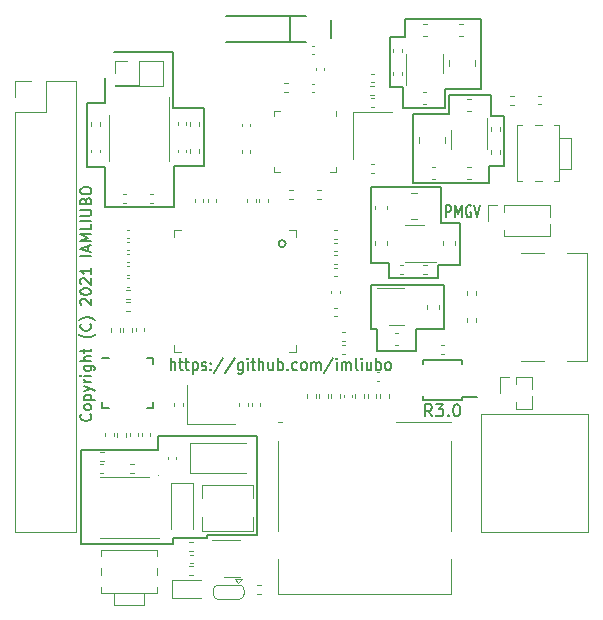
<source format=gbr>
%TF.GenerationSoftware,KiCad,Pcbnew,5.99.0-unknown-b10f156dd0~130~ubuntu20.04.1*%
%TF.CreationDate,2021-06-23T21:39:51+08:00*%
%TF.ProjectId,M5Pi,4d355069-2e6b-4696-9361-645f70636258,3.0*%
%TF.SameCoordinates,Original*%
%TF.FileFunction,Legend,Top*%
%TF.FilePolarity,Positive*%
%FSLAX46Y46*%
G04 Gerber Fmt 4.6, Leading zero omitted, Abs format (unit mm)*
G04 Created by KiCad (PCBNEW 5.99.0-unknown-b10f156dd0~130~ubuntu20.04.1) date 2021-06-23 21:39:51*
%MOMM*%
%LPD*%
G01*
G04 APERTURE LIST*
%ADD10C,0.150000*%
%ADD11C,0.120000*%
%ADD12C,0.100000*%
%ADD13C,0.203200*%
G04 APERTURE END LIST*
D10*
X147463353Y-87851564D02*
X143113353Y-87851564D01*
X146913353Y-91601564D02*
X149263353Y-91601564D01*
X150613353Y-86126564D02*
X150613353Y-82626564D01*
X146713353Y-73351564D02*
X146713353Y-79251564D01*
X121363353Y-68151564D02*
X126363353Y-68151564D01*
X125063353Y-101801564D02*
X118563353Y-101801564D01*
X145863353Y-72851564D02*
X149363353Y-72851564D01*
X149263353Y-91601564D02*
X149263353Y-91351564D01*
X126413353Y-81251564D02*
X120613353Y-81251564D01*
X120613353Y-77851564D02*
X119113353Y-77851564D01*
X153113353Y-77751564D02*
X154363353Y-77751564D01*
X146013353Y-65351564D02*
X146013353Y-66851564D01*
X152413353Y-65351564D02*
X146013353Y-65351564D01*
X119113353Y-72401564D02*
X120563353Y-72401564D01*
X133463353Y-100601564D02*
X125263353Y-100601564D01*
X144763353Y-71051564D02*
X145863353Y-71051564D01*
X154363353Y-77751564D02*
X154363353Y-73551564D01*
X133463353Y-109001564D02*
X133463353Y-100601564D01*
X149763353Y-71751564D02*
X149763353Y-73351564D01*
X128963353Y-72851564D02*
X128963353Y-77801564D01*
X149363353Y-72851564D02*
X149363353Y-71351564D01*
X128963353Y-77801564D02*
X126413353Y-77801564D01*
X150613353Y-82626564D02*
X149013353Y-82626564D01*
X126363353Y-109301564D02*
X129263353Y-109301564D01*
X147463353Y-87851564D02*
X149263353Y-87851564D01*
X144613353Y-87226564D02*
X148813353Y-87226564D01*
X149763353Y-73351564D02*
X146713353Y-73351564D01*
X129263353Y-109301564D02*
X129263353Y-109001564D01*
X143113353Y-79576564D02*
X143113353Y-85976564D01*
X118563353Y-109801564D02*
X121663353Y-109801564D01*
X120613353Y-81251564D02*
X120613353Y-77851564D01*
X143113353Y-87851564D02*
X143113353Y-91601564D01*
X148813353Y-87226564D02*
X148813353Y-86126564D01*
X146913353Y-93401564D02*
X146913353Y-91601564D01*
X153263353Y-73551564D02*
X153263353Y-71751564D01*
X149363353Y-71351564D02*
X149363353Y-71251564D01*
X143113353Y-85976564D02*
X144613353Y-85976564D01*
X125063353Y-100601564D02*
X125063353Y-101801564D01*
X126363353Y-72851564D02*
X128963353Y-72851564D01*
X126363353Y-68151564D02*
X126363353Y-72851564D01*
X143113353Y-91601564D02*
X143613353Y-91601564D01*
X126413353Y-77801564D02*
X126413353Y-81251564D01*
X148813353Y-86126564D02*
X150613353Y-86126564D01*
X146013353Y-66851564D02*
X144763353Y-66851564D01*
X149363353Y-71251564D02*
X152413353Y-71251564D01*
X126363353Y-109401564D02*
X126363353Y-109301564D01*
X126363353Y-109801564D02*
X126363353Y-109401564D01*
X144763353Y-66851564D02*
X144763353Y-71051564D01*
X143613353Y-93401564D02*
X146913353Y-93401564D01*
X146713353Y-79251564D02*
X153113353Y-79251564D01*
X149263353Y-91351564D02*
X149263353Y-88101564D01*
X120563353Y-72401564D02*
X120563353Y-70301564D01*
X154363353Y-73551564D02*
X153263353Y-73551564D01*
X119113353Y-77851564D02*
X119113353Y-72401564D01*
X153263353Y-71751564D02*
X149763353Y-71751564D01*
X149013353Y-82626564D02*
X149013353Y-79576564D01*
X143613353Y-91601564D02*
X143613353Y-93401564D01*
X149263353Y-87851564D02*
X149263353Y-88101564D01*
X153113353Y-79251564D02*
X153113353Y-77751564D01*
X121663353Y-109801564D02*
X126363353Y-109801564D01*
X152413353Y-71251564D02*
X152413353Y-65351564D01*
X129263353Y-109001564D02*
X133463353Y-109001564D01*
X145863353Y-71051564D02*
X145863353Y-72851564D01*
X144613353Y-85976564D02*
X144613353Y-87226564D01*
X149013353Y-79576564D02*
X143113353Y-79576564D01*
X125263353Y-100601564D02*
X125063353Y-100601564D01*
X118563353Y-101801564D02*
X118563353Y-109801564D01*
X149453829Y-82103944D02*
X149453829Y-81103944D01*
X149758591Y-81103944D01*
X149834781Y-81151564D01*
X149872876Y-81199183D01*
X149910972Y-81294421D01*
X149910972Y-81437278D01*
X149872876Y-81532516D01*
X149834781Y-81580135D01*
X149758591Y-81627754D01*
X149453829Y-81627754D01*
X150253829Y-82103944D02*
X150253829Y-81103944D01*
X150520495Y-81818230D01*
X150787162Y-81103944D01*
X150787162Y-82103944D01*
X151587162Y-81151564D02*
X151510972Y-81103944D01*
X151396686Y-81103944D01*
X151282400Y-81151564D01*
X151206210Y-81246802D01*
X151168114Y-81342040D01*
X151130019Y-81532516D01*
X151130019Y-81675373D01*
X151168114Y-81865849D01*
X151206210Y-81961087D01*
X151282400Y-82056325D01*
X151396686Y-82103944D01*
X151472876Y-82103944D01*
X151587162Y-82056325D01*
X151625257Y-82008706D01*
X151625257Y-81675373D01*
X151472876Y-81675373D01*
X151853829Y-81103944D02*
X152120495Y-82103944D01*
X152387162Y-81103944D01*
X119334781Y-98772992D02*
X119377638Y-98815849D01*
X119420495Y-98944421D01*
X119420495Y-99030135D01*
X119377638Y-99158706D01*
X119291924Y-99244421D01*
X119206210Y-99287278D01*
X119034781Y-99330135D01*
X118906210Y-99330135D01*
X118734781Y-99287278D01*
X118649067Y-99244421D01*
X118563353Y-99158706D01*
X118520495Y-99030135D01*
X118520495Y-98944421D01*
X118563353Y-98815849D01*
X118606210Y-98772992D01*
X119420495Y-98258706D02*
X119377638Y-98344421D01*
X119334781Y-98387278D01*
X119249067Y-98430135D01*
X118991924Y-98430135D01*
X118906210Y-98387278D01*
X118863353Y-98344421D01*
X118820495Y-98258706D01*
X118820495Y-98130135D01*
X118863353Y-98044421D01*
X118906210Y-98001564D01*
X118991924Y-97958706D01*
X119249067Y-97958706D01*
X119334781Y-98001564D01*
X119377638Y-98044421D01*
X119420495Y-98130135D01*
X119420495Y-98258706D01*
X118820495Y-97572992D02*
X119720495Y-97572992D01*
X118863353Y-97572992D02*
X118820495Y-97487278D01*
X118820495Y-97315849D01*
X118863353Y-97230135D01*
X118906210Y-97187278D01*
X118991924Y-97144421D01*
X119249067Y-97144421D01*
X119334781Y-97187278D01*
X119377638Y-97230135D01*
X119420495Y-97315849D01*
X119420495Y-97487278D01*
X119377638Y-97572992D01*
X118820495Y-96844421D02*
X119420495Y-96630135D01*
X118820495Y-96415849D02*
X119420495Y-96630135D01*
X119634781Y-96715849D01*
X119677638Y-96758706D01*
X119720495Y-96844421D01*
X119420495Y-96072992D02*
X118820495Y-96072992D01*
X118991924Y-96072992D02*
X118906210Y-96030135D01*
X118863353Y-95987278D01*
X118820495Y-95901564D01*
X118820495Y-95815849D01*
X119420495Y-95515849D02*
X118820495Y-95515849D01*
X118520495Y-95515849D02*
X118563353Y-95558706D01*
X118606210Y-95515849D01*
X118563353Y-95472992D01*
X118520495Y-95515849D01*
X118606210Y-95515849D01*
X118820495Y-94701564D02*
X119549067Y-94701564D01*
X119634781Y-94744421D01*
X119677638Y-94787278D01*
X119720495Y-94872992D01*
X119720495Y-95001564D01*
X119677638Y-95087278D01*
X119377638Y-94701564D02*
X119420495Y-94787278D01*
X119420495Y-94958706D01*
X119377638Y-95044421D01*
X119334781Y-95087278D01*
X119249067Y-95130135D01*
X118991924Y-95130135D01*
X118906210Y-95087278D01*
X118863353Y-95044421D01*
X118820495Y-94958706D01*
X118820495Y-94787278D01*
X118863353Y-94701564D01*
X119420495Y-94272992D02*
X118520495Y-94272992D01*
X119420495Y-93887278D02*
X118949067Y-93887278D01*
X118863353Y-93930135D01*
X118820495Y-94015849D01*
X118820495Y-94144421D01*
X118863353Y-94230135D01*
X118906210Y-94272992D01*
X118820495Y-93587278D02*
X118820495Y-93244421D01*
X118520495Y-93458706D02*
X119291924Y-93458706D01*
X119377638Y-93415849D01*
X119420495Y-93330135D01*
X119420495Y-93244421D01*
X119763353Y-92001564D02*
X119720495Y-92044421D01*
X119591924Y-92130135D01*
X119506210Y-92172992D01*
X119377638Y-92215849D01*
X119163353Y-92258706D01*
X118991924Y-92258706D01*
X118777638Y-92215849D01*
X118649067Y-92172992D01*
X118563353Y-92130135D01*
X118434781Y-92044421D01*
X118391924Y-92001564D01*
X119334781Y-91144421D02*
X119377638Y-91187278D01*
X119420495Y-91315849D01*
X119420495Y-91401564D01*
X119377638Y-91530135D01*
X119291924Y-91615849D01*
X119206210Y-91658706D01*
X119034781Y-91701564D01*
X118906210Y-91701564D01*
X118734781Y-91658706D01*
X118649067Y-91615849D01*
X118563353Y-91530135D01*
X118520495Y-91401564D01*
X118520495Y-91315849D01*
X118563353Y-91187278D01*
X118606210Y-91144421D01*
X119763353Y-90844421D02*
X119720495Y-90801564D01*
X119591924Y-90715849D01*
X119506210Y-90672992D01*
X119377638Y-90630135D01*
X119163353Y-90587278D01*
X118991924Y-90587278D01*
X118777638Y-90630135D01*
X118649067Y-90672992D01*
X118563353Y-90715849D01*
X118434781Y-90801564D01*
X118391924Y-90844421D01*
X118606210Y-89515849D02*
X118563353Y-89472992D01*
X118520495Y-89387278D01*
X118520495Y-89172992D01*
X118563353Y-89087278D01*
X118606210Y-89044421D01*
X118691924Y-89001564D01*
X118777638Y-89001564D01*
X118906210Y-89044421D01*
X119420495Y-89558706D01*
X119420495Y-89001564D01*
X118520495Y-88444421D02*
X118520495Y-88358706D01*
X118563353Y-88272992D01*
X118606210Y-88230135D01*
X118691924Y-88187278D01*
X118863353Y-88144421D01*
X119077638Y-88144421D01*
X119249067Y-88187278D01*
X119334781Y-88230135D01*
X119377638Y-88272992D01*
X119420495Y-88358706D01*
X119420495Y-88444421D01*
X119377638Y-88530135D01*
X119334781Y-88572992D01*
X119249067Y-88615849D01*
X119077638Y-88658706D01*
X118863353Y-88658706D01*
X118691924Y-88615849D01*
X118606210Y-88572992D01*
X118563353Y-88530135D01*
X118520495Y-88444421D01*
X118606210Y-87801564D02*
X118563353Y-87758706D01*
X118520495Y-87672992D01*
X118520495Y-87458706D01*
X118563353Y-87372992D01*
X118606210Y-87330135D01*
X118691924Y-87287278D01*
X118777638Y-87287278D01*
X118906210Y-87330135D01*
X119420495Y-87844421D01*
X119420495Y-87287278D01*
X119420495Y-86430135D02*
X119420495Y-86944421D01*
X119420495Y-86687278D02*
X118520495Y-86687278D01*
X118649067Y-86772992D01*
X118734781Y-86858706D01*
X118777638Y-86944421D01*
X119420495Y-85358706D02*
X118520495Y-85358706D01*
X119163353Y-84972992D02*
X119163353Y-84544421D01*
X119420495Y-85058706D02*
X118520495Y-84758706D01*
X119420495Y-84458706D01*
X119420495Y-84158706D02*
X118520495Y-84158706D01*
X119163353Y-83858706D01*
X118520495Y-83558706D01*
X119420495Y-83558706D01*
X119420495Y-82701564D02*
X119420495Y-83130135D01*
X118520495Y-83130135D01*
X119420495Y-82401564D02*
X118520495Y-82401564D01*
X118520495Y-81972992D02*
X119249067Y-81972992D01*
X119334781Y-81930135D01*
X119377638Y-81887278D01*
X119420495Y-81801564D01*
X119420495Y-81630135D01*
X119377638Y-81544421D01*
X119334781Y-81501564D01*
X119249067Y-81458706D01*
X118520495Y-81458706D01*
X118949067Y-80730135D02*
X118991924Y-80601564D01*
X119034781Y-80558706D01*
X119120495Y-80515849D01*
X119249067Y-80515849D01*
X119334781Y-80558706D01*
X119377638Y-80601564D01*
X119420495Y-80687278D01*
X119420495Y-81030135D01*
X118520495Y-81030135D01*
X118520495Y-80730135D01*
X118563353Y-80644421D01*
X118606210Y-80601564D01*
X118691924Y-80558706D01*
X118777638Y-80558706D01*
X118863353Y-80601564D01*
X118906210Y-80644421D01*
X118949067Y-80730135D01*
X118949067Y-81030135D01*
X118520495Y-79958706D02*
X118520495Y-79787278D01*
X118563353Y-79701564D01*
X118649067Y-79615849D01*
X118820495Y-79572992D01*
X119120495Y-79572992D01*
X119291924Y-79615849D01*
X119377638Y-79701564D01*
X119420495Y-79787278D01*
X119420495Y-79958706D01*
X119377638Y-80044421D01*
X119291924Y-80130135D01*
X119120495Y-80172992D01*
X118820495Y-80172992D01*
X118649067Y-80130135D01*
X118563353Y-80044421D01*
X118520495Y-79958706D01*
X126163353Y-95053944D02*
X126163353Y-94053944D01*
X126549067Y-95053944D02*
X126549067Y-94530135D01*
X126506210Y-94434897D01*
X126420495Y-94387278D01*
X126291924Y-94387278D01*
X126206210Y-94434897D01*
X126163353Y-94482516D01*
X126849067Y-94387278D02*
X127191924Y-94387278D01*
X126977638Y-94053944D02*
X126977638Y-94911087D01*
X127020495Y-95006325D01*
X127106210Y-95053944D01*
X127191924Y-95053944D01*
X127363353Y-94387278D02*
X127706210Y-94387278D01*
X127491924Y-94053944D02*
X127491924Y-94911087D01*
X127534781Y-95006325D01*
X127620495Y-95053944D01*
X127706210Y-95053944D01*
X128006210Y-94387278D02*
X128006210Y-95387278D01*
X128006210Y-94434897D02*
X128091924Y-94387278D01*
X128263353Y-94387278D01*
X128349067Y-94434897D01*
X128391924Y-94482516D01*
X128434781Y-94577754D01*
X128434781Y-94863468D01*
X128391924Y-94958706D01*
X128349067Y-95006325D01*
X128263353Y-95053944D01*
X128091924Y-95053944D01*
X128006210Y-95006325D01*
X128777638Y-95006325D02*
X128863353Y-95053944D01*
X129034781Y-95053944D01*
X129120495Y-95006325D01*
X129163353Y-94911087D01*
X129163353Y-94863468D01*
X129120495Y-94768230D01*
X129034781Y-94720611D01*
X128906210Y-94720611D01*
X128820495Y-94672992D01*
X128777638Y-94577754D01*
X128777638Y-94530135D01*
X128820495Y-94434897D01*
X128906210Y-94387278D01*
X129034781Y-94387278D01*
X129120495Y-94434897D01*
X129549067Y-94958706D02*
X129591924Y-95006325D01*
X129549067Y-95053944D01*
X129506210Y-95006325D01*
X129549067Y-94958706D01*
X129549067Y-95053944D01*
X129549067Y-94434897D02*
X129591924Y-94482516D01*
X129549067Y-94530135D01*
X129506210Y-94482516D01*
X129549067Y-94434897D01*
X129549067Y-94530135D01*
X130620495Y-94006325D02*
X129849067Y-95292040D01*
X131563353Y-94006325D02*
X130791924Y-95292040D01*
X132249067Y-94387278D02*
X132249067Y-95196802D01*
X132206210Y-95292040D01*
X132163353Y-95339659D01*
X132077638Y-95387278D01*
X131949067Y-95387278D01*
X131863353Y-95339659D01*
X132249067Y-95006325D02*
X132163353Y-95053944D01*
X131991924Y-95053944D01*
X131906210Y-95006325D01*
X131863353Y-94958706D01*
X131820495Y-94863468D01*
X131820495Y-94577754D01*
X131863353Y-94482516D01*
X131906210Y-94434897D01*
X131991924Y-94387278D01*
X132163353Y-94387278D01*
X132249067Y-94434897D01*
X132677638Y-95053944D02*
X132677638Y-94387278D01*
X132677638Y-94053944D02*
X132634781Y-94101564D01*
X132677638Y-94149183D01*
X132720495Y-94101564D01*
X132677638Y-94053944D01*
X132677638Y-94149183D01*
X132977638Y-94387278D02*
X133320495Y-94387278D01*
X133106210Y-94053944D02*
X133106210Y-94911087D01*
X133149067Y-95006325D01*
X133234781Y-95053944D01*
X133320495Y-95053944D01*
X133620495Y-95053944D02*
X133620495Y-94053944D01*
X134006210Y-95053944D02*
X134006210Y-94530135D01*
X133963353Y-94434897D01*
X133877638Y-94387278D01*
X133749067Y-94387278D01*
X133663353Y-94434897D01*
X133620495Y-94482516D01*
X134820495Y-94387278D02*
X134820495Y-95053944D01*
X134434781Y-94387278D02*
X134434781Y-94911087D01*
X134477638Y-95006325D01*
X134563353Y-95053944D01*
X134691924Y-95053944D01*
X134777638Y-95006325D01*
X134820495Y-94958706D01*
X135249067Y-95053944D02*
X135249067Y-94053944D01*
X135249067Y-94434897D02*
X135334781Y-94387278D01*
X135506210Y-94387278D01*
X135591924Y-94434897D01*
X135634781Y-94482516D01*
X135677638Y-94577754D01*
X135677638Y-94863468D01*
X135634781Y-94958706D01*
X135591924Y-95006325D01*
X135506210Y-95053944D01*
X135334781Y-95053944D01*
X135249067Y-95006325D01*
X136063353Y-94958706D02*
X136106210Y-95006325D01*
X136063353Y-95053944D01*
X136020495Y-95006325D01*
X136063353Y-94958706D01*
X136063353Y-95053944D01*
X136877638Y-95006325D02*
X136791924Y-95053944D01*
X136620495Y-95053944D01*
X136534781Y-95006325D01*
X136491924Y-94958706D01*
X136449067Y-94863468D01*
X136449067Y-94577754D01*
X136491924Y-94482516D01*
X136534781Y-94434897D01*
X136620495Y-94387278D01*
X136791924Y-94387278D01*
X136877638Y-94434897D01*
X137391924Y-95053944D02*
X137306210Y-95006325D01*
X137263353Y-94958706D01*
X137220495Y-94863468D01*
X137220495Y-94577754D01*
X137263353Y-94482516D01*
X137306210Y-94434897D01*
X137391924Y-94387278D01*
X137520495Y-94387278D01*
X137606210Y-94434897D01*
X137649067Y-94482516D01*
X137691924Y-94577754D01*
X137691924Y-94863468D01*
X137649067Y-94958706D01*
X137606210Y-95006325D01*
X137520495Y-95053944D01*
X137391924Y-95053944D01*
X138077638Y-95053944D02*
X138077638Y-94387278D01*
X138077638Y-94482516D02*
X138120495Y-94434897D01*
X138206210Y-94387278D01*
X138334781Y-94387278D01*
X138420495Y-94434897D01*
X138463353Y-94530135D01*
X138463353Y-95053944D01*
X138463353Y-94530135D02*
X138506210Y-94434897D01*
X138591924Y-94387278D01*
X138720495Y-94387278D01*
X138806210Y-94434897D01*
X138849067Y-94530135D01*
X138849067Y-95053944D01*
X139920495Y-94006325D02*
X139149067Y-95292040D01*
X140220495Y-95053944D02*
X140220495Y-94387278D01*
X140220495Y-94053944D02*
X140177638Y-94101564D01*
X140220495Y-94149183D01*
X140263353Y-94101564D01*
X140220495Y-94053944D01*
X140220495Y-94149183D01*
X140649067Y-95053944D02*
X140649067Y-94387278D01*
X140649067Y-94482516D02*
X140691924Y-94434897D01*
X140777638Y-94387278D01*
X140906210Y-94387278D01*
X140991924Y-94434897D01*
X141034781Y-94530135D01*
X141034781Y-95053944D01*
X141034781Y-94530135D02*
X141077638Y-94434897D01*
X141163353Y-94387278D01*
X141291924Y-94387278D01*
X141377638Y-94434897D01*
X141420495Y-94530135D01*
X141420495Y-95053944D01*
X141977638Y-95053944D02*
X141891924Y-95006325D01*
X141849067Y-94911087D01*
X141849067Y-94053944D01*
X142320495Y-95053944D02*
X142320495Y-94387278D01*
X142320495Y-94053944D02*
X142277638Y-94101564D01*
X142320495Y-94149183D01*
X142363353Y-94101564D01*
X142320495Y-94053944D01*
X142320495Y-94149183D01*
X143134781Y-94387278D02*
X143134781Y-95053944D01*
X142749067Y-94387278D02*
X142749067Y-94911087D01*
X142791924Y-95006325D01*
X142877638Y-95053944D01*
X143006210Y-95053944D01*
X143091924Y-95006325D01*
X143134781Y-94958706D01*
X143563353Y-95053944D02*
X143563353Y-94053944D01*
X143563353Y-94434897D02*
X143649067Y-94387278D01*
X143820495Y-94387278D01*
X143906210Y-94434897D01*
X143949067Y-94482516D01*
X143991924Y-94577754D01*
X143991924Y-94863468D01*
X143949067Y-94958706D01*
X143906210Y-95006325D01*
X143820495Y-95053944D01*
X143649067Y-95053944D01*
X143563353Y-95006325D01*
X144506210Y-95053944D02*
X144420495Y-95006325D01*
X144377638Y-94958706D01*
X144334781Y-94863468D01*
X144334781Y-94577754D01*
X144377638Y-94482516D01*
X144420495Y-94434897D01*
X144506210Y-94387278D01*
X144634781Y-94387278D01*
X144720495Y-94434897D01*
X144763353Y-94482516D01*
X144806210Y-94577754D01*
X144806210Y-94863468D01*
X144763353Y-94958706D01*
X144720495Y-95006325D01*
X144634781Y-95053944D01*
X144506210Y-95053944D01*
X148282400Y-98952380D02*
X147949067Y-98476190D01*
X147710972Y-98952380D02*
X147710972Y-97952380D01*
X148091924Y-97952380D01*
X148187162Y-98000000D01*
X148234781Y-98047619D01*
X148282400Y-98142857D01*
X148282400Y-98285714D01*
X148234781Y-98380952D01*
X148187162Y-98428571D01*
X148091924Y-98476190D01*
X147710972Y-98476190D01*
X148615733Y-97952380D02*
X149234781Y-97952380D01*
X148901448Y-98333333D01*
X149044305Y-98333333D01*
X149139543Y-98380952D01*
X149187162Y-98428571D01*
X149234781Y-98523809D01*
X149234781Y-98761904D01*
X149187162Y-98857142D01*
X149139543Y-98904761D01*
X149044305Y-98952380D01*
X148758591Y-98952380D01*
X148663353Y-98904761D01*
X148615733Y-98857142D01*
X149663353Y-98857142D02*
X149710972Y-98904761D01*
X149663353Y-98952380D01*
X149615733Y-98904761D01*
X149663353Y-98857142D01*
X149663353Y-98952380D01*
X150330019Y-97952380D02*
X150425257Y-97952380D01*
X150520495Y-98000000D01*
X150568114Y-98047619D01*
X150615733Y-98142857D01*
X150663353Y-98333333D01*
X150663353Y-98571428D01*
X150615733Y-98761904D01*
X150568114Y-98857142D01*
X150520495Y-98904761D01*
X150425257Y-98952380D01*
X150330019Y-98952380D01*
X150234781Y-98904761D01*
X150187162Y-98857142D01*
X150139543Y-98761904D01*
X150091924Y-98571428D01*
X150091924Y-98333333D01*
X150139543Y-98142857D01*
X150187162Y-98047619D01*
X150234781Y-98000000D01*
X150330019Y-97952380D01*
D11*
%TO.C,C5*%
X143349188Y-72761564D02*
X143117518Y-72761564D01*
X143349188Y-72041564D02*
X143117518Y-72041564D01*
%TO.C,C26*%
X127173353Y-97835729D02*
X127173353Y-98067399D01*
X126453353Y-97835729D02*
X126453353Y-98067399D01*
%TO.C,C21*%
X122671688Y-87261564D02*
X122440018Y-87261564D01*
X122671688Y-87981564D02*
X122440018Y-87981564D01*
%TO.C,C53*%
X126623353Y-102385729D02*
X126623353Y-102617399D01*
X125903353Y-102385729D02*
X125903353Y-102617399D01*
%TO.C,R19*%
X133495732Y-113221564D02*
X133830974Y-113221564D01*
X133495732Y-113981564D02*
X133830974Y-113981564D01*
%TO.C,R11*%
X141798353Y-97076443D02*
X141798353Y-97411685D01*
X142558353Y-97076443D02*
X142558353Y-97411685D01*
%TO.C,C14*%
X134373353Y-80585729D02*
X134373353Y-80817399D01*
X133653353Y-80585729D02*
X133653353Y-80817399D01*
%TO.C,R13*%
X139748353Y-97411685D02*
X139748353Y-97076443D01*
X140508353Y-97411685D02*
X140508353Y-97076443D01*
%TO.C,C47*%
X127483353Y-74068229D02*
X127483353Y-74299899D01*
X126763353Y-74068229D02*
X126763353Y-74299899D01*
%TO.C,C44*%
X122440018Y-86961564D02*
X122671688Y-86961564D01*
X122440018Y-86241564D02*
X122671688Y-86241564D01*
%TO.C,L1*%
X151923353Y-69282816D02*
X151923353Y-68760312D01*
X149703353Y-69282816D02*
X149703353Y-68760312D01*
%TO.C,C40*%
X140229188Y-84291564D02*
X139997518Y-84291564D01*
X140229188Y-85011564D02*
X139997518Y-85011564D01*
%TO.C,R6*%
X122893353Y-91789185D02*
X122893353Y-91453943D01*
X122133353Y-91789185D02*
X122133353Y-91453943D01*
%TO.C,J1*%
X135213353Y-99471564D02*
X135563353Y-99471564D01*
X149913353Y-113971564D02*
X135213353Y-113971564D01*
X149913353Y-101071564D02*
X149913353Y-108671564D01*
X135213353Y-111071564D02*
X135213353Y-113971564D01*
X149913353Y-113971564D02*
X149913353Y-111071564D01*
X135213353Y-101071564D02*
X135213353Y-108671564D01*
X149913353Y-99471564D02*
X145263353Y-99471564D01*
%TO.C,J11*%
X152463353Y-98801564D02*
X161463353Y-98801564D01*
X161463353Y-98801564D02*
X161463353Y-108801564D01*
X152463353Y-98801564D02*
X152463353Y-108801564D01*
X161463353Y-108801564D02*
X152463353Y-108801564D01*
%TO.C,J12*%
X153013353Y-82401564D02*
X153013353Y-81071564D01*
X154408353Y-81641564D02*
X154408353Y-81071564D01*
X154408353Y-81071564D02*
X158278353Y-81071564D01*
X154408353Y-83731564D02*
X158278353Y-83731564D01*
X154408353Y-83731564D02*
X154408353Y-83161564D01*
X158278353Y-82094034D02*
X158278353Y-81071564D01*
X158278353Y-83731564D02*
X158278353Y-82709094D01*
X153013353Y-81071564D02*
X153773353Y-81071564D01*
%TO.C,JP1*%
X130163353Y-113251564D02*
X131063353Y-113251564D01*
X131863353Y-113051564D02*
X132163353Y-112751564D01*
X131963353Y-114451564D02*
X131063353Y-114451564D01*
X129763353Y-114051564D02*
X129763353Y-113651564D01*
X130163353Y-114451564D02*
X131063353Y-114451564D01*
X131963353Y-113251564D02*
X131063353Y-113251564D01*
X132163353Y-112751564D02*
X131563353Y-112751564D01*
X131863353Y-113051564D02*
X131563353Y-112751564D01*
X132363353Y-113651564D02*
X132363353Y-114051564D01*
X131963353Y-114451564D02*
G75*
G03*
X132363353Y-114051564I0J400000D01*
G01*
X130163353Y-113251564D02*
G75*
G03*
X129763353Y-113651564I0J-400000D01*
G01*
X131963353Y-113251564D02*
G75*
G02*
X132363353Y-113651564I0J-400000D01*
G01*
X130163353Y-114451564D02*
G75*
G02*
X129763353Y-114051564I0J400000D01*
G01*
%TO.C,R25*%
X145552212Y-86171564D02*
X145859494Y-86171564D01*
X145552212Y-86931564D02*
X145859494Y-86931564D01*
%TO.C,R34*%
X127783353Y-76666685D02*
X127783353Y-76331443D01*
X128543353Y-76666685D02*
X128543353Y-76331443D01*
D10*
%TO.C,U1*%
X150848353Y-97341564D02*
X152073353Y-97341564D01*
X147498353Y-97566564D02*
X147498353Y-97266564D01*
X147498353Y-94216564D02*
X147498353Y-94516564D01*
X150848353Y-94216564D02*
X147498353Y-94216564D01*
X150848353Y-97566564D02*
X150848353Y-97341564D01*
X150848353Y-97566564D02*
X147498353Y-97566564D01*
X150848353Y-94216564D02*
X150848353Y-94516564D01*
D11*
%TO.C,C20*%
X128178353Y-80817399D02*
X128178353Y-80585729D01*
X128898353Y-80817399D02*
X128898353Y-80585729D01*
%TO.C,C12*%
X140879188Y-93661564D02*
X140647518Y-93661564D01*
X140879188Y-92941564D02*
X140647518Y-92941564D01*
%TO.C,C33*%
X150597773Y-66756564D02*
X150878933Y-66756564D01*
X150597773Y-65736564D02*
X150878933Y-65736564D01*
%TO.C,U6*%
X149243353Y-69101564D02*
X149243353Y-68301564D01*
X146123353Y-69101564D02*
X146123353Y-70901564D01*
X146123353Y-69101564D02*
X146123353Y-68301564D01*
X149243353Y-69101564D02*
X149243353Y-69901564D01*
%TO.C,R10*%
X122388232Y-89311564D02*
X122723474Y-89311564D01*
X122388232Y-90071564D02*
X122723474Y-90071564D01*
%TO.C,C7*%
X132893353Y-76684899D02*
X132893353Y-76453229D01*
X132173353Y-76684899D02*
X132173353Y-76453229D01*
%TO.C,U7*%
X149853353Y-75514064D02*
X149853353Y-74714064D01*
X152973353Y-75514064D02*
X152973353Y-76314064D01*
X152973353Y-75514064D02*
X152973353Y-73714064D01*
X149853353Y-75514064D02*
X149853353Y-76314064D01*
%TO.C,C50*%
X157247518Y-72561564D02*
X157479188Y-72561564D01*
X157247518Y-71841564D02*
X157479188Y-71841564D01*
%TO.C,C22*%
X140647518Y-92561564D02*
X140879188Y-92561564D01*
X140647518Y-91841564D02*
X140879188Y-91841564D01*
%TO.C,Ri1*%
X119433353Y-74016443D02*
X119433353Y-74351685D01*
X120193353Y-74016443D02*
X120193353Y-74351685D01*
%TO.C,R30*%
X140280974Y-83221564D02*
X139945732Y-83221564D01*
X140280974Y-83981564D02*
X139945732Y-83981564D01*
%TO.C,Ci1*%
X120173353Y-76614899D02*
X120173353Y-76383229D01*
X119453353Y-76614899D02*
X119453353Y-76383229D01*
%TO.C,R16*%
X138493353Y-97411685D02*
X138493353Y-97076443D01*
X137733353Y-97411685D02*
X137733353Y-97076443D01*
%TO.C,R15*%
X144633353Y-97076443D02*
X144633353Y-97411685D01*
X143873353Y-97076443D02*
X143873353Y-97411685D01*
%TO.C,TBD1*%
X138286053Y-70791564D02*
X138085653Y-70791564D01*
X138286053Y-71511564D02*
X138085653Y-71511564D01*
%TO.C,C42*%
X147840853Y-89842144D02*
X147840853Y-89560984D01*
X148860853Y-89842144D02*
X148860853Y-89560984D01*
%TO.C,R8*%
X122413353Y-100366443D02*
X122413353Y-100701685D01*
X121653353Y-100366443D02*
X121653353Y-100701685D01*
%TO.C,R4*%
X151993353Y-88386443D02*
X151993353Y-88721685D01*
X151233353Y-88386443D02*
X151233353Y-88721685D01*
%TO.C,R7*%
X121843353Y-91819185D02*
X121843353Y-91483943D01*
X121083353Y-91819185D02*
X121083353Y-91483943D01*
%TO.C,J3*%
X155398353Y-95646564D02*
X156728353Y-95646564D01*
X156728353Y-98306564D02*
X156728353Y-97284094D01*
X154003353Y-96976564D02*
X154003353Y-95646564D01*
X155398353Y-98306564D02*
X156728353Y-98306564D01*
X154003353Y-95646564D02*
X154763353Y-95646564D01*
X156728353Y-96669034D02*
X156728353Y-95646564D01*
X155398353Y-96216564D02*
X155398353Y-95646564D01*
X155398353Y-98306564D02*
X155398353Y-97736564D01*
%TO.C,R35*%
X128533353Y-74016443D02*
X128533353Y-74351685D01*
X127773353Y-74016443D02*
X127773353Y-74351685D01*
%TO.C,R24*%
X154073353Y-74802705D02*
X154073353Y-74495423D01*
X153313353Y-74802705D02*
X153313353Y-74495423D01*
%TO.C,C1*%
X143829188Y-95961564D02*
X143597518Y-95961564D01*
X143829188Y-95241564D02*
X143597518Y-95241564D01*
%TO.C,R9*%
X122388232Y-88271564D02*
X122723474Y-88271564D01*
X122388232Y-89031564D02*
X122723474Y-89031564D01*
%TO.C,R36*%
X155230974Y-72581564D02*
X154895732Y-72581564D01*
X155230974Y-71821564D02*
X154895732Y-71821564D01*
%TO.C,C3*%
X139173353Y-69435729D02*
X139173353Y-69667399D01*
X138453353Y-69435729D02*
X138453353Y-69667399D01*
%TO.C,R3*%
X151993353Y-90683943D02*
X151993353Y-91019185D01*
X151233353Y-90683943D02*
X151233353Y-91019185D01*
%TO.C,J2*%
X112983353Y-71901564D02*
X112983353Y-70571564D01*
X112983353Y-73171564D02*
X112983353Y-108791564D01*
X112983353Y-108791564D02*
X118183353Y-108791564D01*
X112983353Y-73171564D02*
X115583353Y-73171564D01*
X115583353Y-73171564D02*
X115583353Y-70571564D01*
X115583353Y-70571564D02*
X118183353Y-70571564D01*
X118183353Y-70571564D02*
X118183353Y-108791564D01*
X112983353Y-70571564D02*
X114313353Y-70571564D01*
%TO.C,L4*%
X128813353Y-104751564D02*
X128813353Y-105901564D01*
X128813353Y-108651564D02*
X128813353Y-107501564D01*
X133113353Y-108651564D02*
X128813353Y-108651564D01*
X133113353Y-108651564D02*
X133113353Y-107501564D01*
X133113353Y-104751564D02*
X133113353Y-105901564D01*
X133113353Y-104751564D02*
X128813353Y-104751564D01*
%TO.C,U10*%
X122263353Y-109261564D02*
X125163353Y-109261564D01*
X122263353Y-104141564D02*
X124313353Y-104141564D01*
X122263353Y-109261564D02*
X120213353Y-109261564D01*
X122263353Y-104141564D02*
X120163353Y-104141564D01*
%TO.C,R5*%
X143065732Y-70981564D02*
X143400974Y-70981564D01*
X143065732Y-71741564D02*
X143400974Y-71741564D01*
%TO.C,R18*%
X128078474Y-112441564D02*
X127743232Y-112441564D01*
X128078474Y-111681564D02*
X127743232Y-111681564D01*
%TO.C,C37*%
X144495853Y-84160984D02*
X144495853Y-84442144D01*
X143475853Y-84160984D02*
X143475853Y-84442144D01*
%TO.C,SW2*%
X155463353Y-74341564D02*
X155463353Y-76691564D01*
X159063353Y-74341564D02*
X158613353Y-74341564D01*
X157563353Y-79041564D02*
X156963353Y-79041564D01*
X155463353Y-74341564D02*
X155913353Y-74341564D01*
X159063353Y-76691564D02*
X159063353Y-79041564D01*
X160063353Y-75391564D02*
X160063353Y-77991564D01*
X155463353Y-76691564D02*
X155463353Y-79041564D01*
X157563353Y-74341564D02*
X156963353Y-74341564D01*
X160063353Y-77991564D02*
X159063353Y-77991564D01*
X159063353Y-76691564D02*
X159063353Y-74341564D01*
X155463353Y-79041564D02*
X155913353Y-79041564D01*
X159038353Y-79041564D02*
X158588353Y-79041564D01*
X159063353Y-79041564D02*
X158663353Y-79041564D01*
X159063353Y-75391564D02*
X160063353Y-75391564D01*
D10*
%TO.C,U4*%
X120383353Y-98291564D02*
X120383353Y-97766564D01*
X124683353Y-98291564D02*
X124683353Y-97766564D01*
X124683353Y-98291564D02*
X124158353Y-98291564D01*
X120383353Y-93991564D02*
X120908353Y-93991564D01*
X124683353Y-93991564D02*
X124158353Y-93991564D01*
X120383353Y-98291564D02*
X120908353Y-98291564D01*
X124683353Y-93991564D02*
X124683353Y-94516564D01*
D11*
%TO.C,C8*%
X143117518Y-70681564D02*
X143349188Y-70681564D01*
X143117518Y-69961564D02*
X143349188Y-69961564D01*
%TO.C,C38*%
X148528933Y-77849064D02*
X148247773Y-77849064D01*
X148528933Y-78869064D02*
X148247773Y-78869064D01*
%TO.C,C49*%
X122127518Y-80181564D02*
X122359188Y-80181564D01*
X122127518Y-80901564D02*
X122359188Y-80901564D01*
%TO.C,U8*%
X146825853Y-82741564D02*
X147625853Y-82741564D01*
X146825853Y-85861564D02*
X148625853Y-85861564D01*
X146825853Y-82741564D02*
X146025853Y-82741564D01*
X146825853Y-85861564D02*
X146025853Y-85861564D01*
%TO.C,R17*%
X127743232Y-109611564D02*
X128078474Y-109611564D01*
X127743232Y-110371564D02*
X128078474Y-110371564D01*
%TO.C,D1*%
X126303353Y-112866564D02*
X126303353Y-114336564D01*
X128763353Y-112866564D02*
X126303353Y-112866564D01*
X126303353Y-114336564D02*
X128763353Y-114336564D01*
%TO.C,C36*%
X151272773Y-78869064D02*
X151553933Y-78869064D01*
X151272773Y-77849064D02*
X151553933Y-77849064D01*
%TO.C,C11*%
X133028353Y-98067399D02*
X133028353Y-97835729D01*
X133748353Y-98067399D02*
X133748353Y-97835729D01*
%TO.C,C32*%
X147823933Y-65741564D02*
X147542773Y-65741564D01*
X147823933Y-66761564D02*
X147542773Y-66761564D01*
%TO.C,R12*%
X142823353Y-97076443D02*
X142823353Y-97411685D01*
X143583353Y-97076443D02*
X143583353Y-97411685D01*
%TO.C,C18*%
X123918353Y-91737399D02*
X123918353Y-91505729D01*
X123198353Y-91737399D02*
X123198353Y-91505729D01*
%TO.C,C28*%
X127795018Y-111391564D02*
X128026688Y-111391564D01*
X127795018Y-110671564D02*
X128026688Y-110671564D01*
%TO.C,UART1*%
X161448353Y-85121564D02*
X161448353Y-94281564D01*
X157733353Y-85121564D02*
X155813353Y-85121564D01*
X159743353Y-85121564D02*
X161448353Y-85121564D01*
X155813353Y-94281564D02*
X157733353Y-94281564D01*
X161448353Y-94281564D02*
X159743353Y-94281564D01*
%TO.C,C13*%
X140249188Y-90481564D02*
X140017518Y-90481564D01*
X140249188Y-89761564D02*
X140017518Y-89761564D01*
%TO.C,Y2*%
X127563353Y-99601564D02*
X131563353Y-99601564D01*
X127563353Y-96301564D02*
X127563353Y-99601564D01*
%TO.C,C41*%
X140229188Y-87111564D02*
X139997518Y-87111564D01*
X140229188Y-86391564D02*
X139997518Y-86391564D01*
%TO.C,C39*%
X144480853Y-81407144D02*
X144480853Y-81125984D01*
X143460853Y-81407144D02*
X143460853Y-81125984D01*
%TO.C,U9*%
X145263353Y-91261564D02*
X144613353Y-91261564D01*
X145263353Y-88141564D02*
X143588353Y-88141564D01*
X145263353Y-91261564D02*
X145913353Y-91261564D01*
X145263353Y-88141564D02*
X145913353Y-88141564D01*
%TO.C,J6*%
X121403353Y-70901564D02*
X123463353Y-70901564D01*
X123463353Y-68841564D02*
X125523353Y-68841564D01*
X125523353Y-68841564D02*
X125523353Y-70961564D01*
X121403353Y-70961564D02*
X125523353Y-70961564D01*
X121403353Y-70901564D02*
X121403353Y-70961564D01*
X121403353Y-69901564D02*
X121403353Y-68841564D01*
X123463353Y-70901564D02*
X123463353Y-68841564D01*
X121403353Y-68841564D02*
X122463353Y-68841564D01*
%TO.C,R29*%
X138858474Y-80561564D02*
X138523232Y-80561564D01*
X138858474Y-79801564D02*
X138523232Y-79801564D01*
%TO.C,C51*%
X120446688Y-103761564D02*
X120215018Y-103761564D01*
X120446688Y-103041564D02*
X120215018Y-103041564D01*
%TO.C,C17*%
X123723353Y-100418229D02*
X123723353Y-100649899D01*
X124443353Y-100418229D02*
X124443353Y-100649899D01*
%TO.C,R31*%
X140280974Y-86081564D02*
X139945732Y-86081564D01*
X140280974Y-85321564D02*
X139945732Y-85321564D01*
%TO.C,U2*%
X140123353Y-73566564D02*
X140123353Y-73091564D01*
X134903353Y-73566564D02*
X134903353Y-73091564D01*
X134903353Y-73091564D02*
X135378353Y-73091564D01*
X134903353Y-78311564D02*
X135378353Y-78311564D01*
X140123353Y-78311564D02*
X139648353Y-78311564D01*
X134903353Y-77836564D02*
X134903353Y-78311564D01*
X140123353Y-77836564D02*
X140123353Y-78311564D01*
%TO.C,C56*%
X126178353Y-104591564D02*
X126178353Y-108501564D01*
X128048353Y-104591564D02*
X126178353Y-104591564D01*
X128048353Y-108501564D02*
X128048353Y-104591564D01*
%TO.C,C48*%
X124435018Y-80901564D02*
X124666688Y-80901564D01*
X124435018Y-80181564D02*
X124666688Y-80181564D01*
%TO.C,R2*%
X123016994Y-103781564D02*
X122709712Y-103781564D01*
X123016994Y-103021564D02*
X122709712Y-103021564D01*
D12*
%TO.C,D2*%
X124003353Y-102401564D02*
G75*
G03*
X124003353Y-102401564I-50000J0D01*
G01*
D11*
%TO.C,U3*%
X136743353Y-93501564D02*
X136193353Y-93501564D01*
X126443353Y-93501564D02*
X126993353Y-93501564D01*
X136743353Y-92951564D02*
X136743353Y-93501564D01*
X136193353Y-83201564D02*
X136743353Y-83201564D01*
X126443353Y-83751564D02*
X126443353Y-83201564D01*
X126443353Y-92951564D02*
X126443353Y-93501564D01*
X126443353Y-83201564D02*
X126993353Y-83201564D01*
X136743353Y-83751564D02*
X136743353Y-83201564D01*
D10*
X135893353Y-84351564D02*
G75*
G03*
X135893353Y-84351564I-300000J0D01*
G01*
D11*
%TO.C,C6*%
X132893353Y-74407399D02*
X132893353Y-74175729D01*
X132173353Y-74407399D02*
X132173353Y-74175729D01*
%TO.C,C43*%
X145122773Y-91941564D02*
X145403933Y-91941564D01*
X145122773Y-92961564D02*
X145403933Y-92961564D01*
%TO.C,R23*%
X153313353Y-76762705D02*
X153313353Y-76455423D01*
X154073353Y-76762705D02*
X154073353Y-76455423D01*
%TO.C,C31*%
X147522773Y-72511564D02*
X147803933Y-72511564D01*
X147522773Y-71491564D02*
X147803933Y-71491564D01*
%TO.C,C16*%
X121353353Y-100418229D02*
X121353353Y-100649899D01*
X120633353Y-100418229D02*
X120633353Y-100649899D01*
%TO.C,C45*%
X122671688Y-85221564D02*
X122440018Y-85221564D01*
X122671688Y-85941564D02*
X122440018Y-85941564D01*
%TO.C,R14*%
X138749353Y-97411685D02*
X138749353Y-97076443D01*
X139509353Y-97411685D02*
X139509353Y-97076443D01*
%TO.C,R21*%
X145783353Y-67832923D02*
X145783353Y-68140205D01*
X145023353Y-67832923D02*
X145023353Y-68140205D01*
%TO.C,D4*%
X127763353Y-101201564D02*
X127763353Y-103801564D01*
X127763353Y-101201564D02*
X132563353Y-101201564D01*
X127763353Y-103801564D02*
X132563353Y-103801564D01*
%TO.C,C27*%
X141513353Y-97359899D02*
X141513353Y-97128229D01*
X140793353Y-97359899D02*
X140793353Y-97128229D01*
%TO.C,R1*%
X120209712Y-102781564D02*
X120516994Y-102781564D01*
X120209712Y-102021564D02*
X120516994Y-102021564D01*
%TO.C,C23*%
X122671688Y-83891564D02*
X122440018Y-83891564D01*
X122671688Y-83171564D02*
X122440018Y-83171564D01*
%TO.C,C4*%
X143122518Y-77641564D02*
X143354188Y-77641564D01*
X143122518Y-78361564D02*
X143354188Y-78361564D01*
%TO.C,Q1*%
X131363353Y-112561564D02*
X130713353Y-112561564D01*
X131363353Y-109441564D02*
X132013353Y-109441564D01*
X131363353Y-112561564D02*
X132013353Y-112561564D01*
X131363353Y-109441564D02*
X129688353Y-109441564D01*
%TO.C,R28*%
X136198232Y-79801564D02*
X136533474Y-79801564D01*
X136198232Y-80561564D02*
X136533474Y-80561564D01*
%TO.C,R27*%
X136078474Y-71531564D02*
X135743232Y-71531564D01*
X136078474Y-70771564D02*
X135743232Y-70771564D01*
%TO.C,U5*%
X120918353Y-75406564D02*
X120918353Y-73456564D01*
X120918353Y-75406564D02*
X120918353Y-77356564D01*
X126038353Y-75406564D02*
X126038353Y-77356564D01*
X126038353Y-75406564D02*
X126038353Y-71956564D01*
%TO.C,R26*%
X147552212Y-86941564D02*
X147859494Y-86941564D01*
X147552212Y-86181564D02*
X147859494Y-86181564D01*
%TO.C,C57*%
X138097518Y-67591564D02*
X138329188Y-67591564D01*
X138097518Y-68311564D02*
X138329188Y-68311564D01*
%TO.C,C10*%
X130023353Y-80585729D02*
X130023353Y-80817399D01*
X129303353Y-80585729D02*
X129303353Y-80817399D01*
%TO.C,C9*%
X132653353Y-80585729D02*
X132653353Y-80817399D01*
X133373353Y-80585729D02*
X133373353Y-80817399D01*
D13*
%TO.C,AE1*%
X136234453Y-67274187D02*
X130836953Y-67274187D01*
X137633993Y-65074547D02*
X136234453Y-65074547D01*
X137633993Y-67274187D02*
X136234453Y-67274187D01*
X136234453Y-67274187D02*
X136234453Y-65074547D01*
X139734573Y-66971927D02*
X139734573Y-65376807D01*
X136234453Y-65074547D02*
X130836953Y-65074547D01*
D11*
%TO.C,L3*%
X147007105Y-82251564D02*
X146484601Y-82251564D01*
X147007105Y-80031564D02*
X146484601Y-80031564D01*
D12*
%TO.C,D3*%
X125113353Y-103991564D02*
G75*
G03*
X125113353Y-103991564I-50000J0D01*
G01*
D11*
%TO.C,C46*%
X127483353Y-76614899D02*
X127483353Y-76383229D01*
X126763353Y-76614899D02*
X126763353Y-76383229D01*
%TO.C,C2*%
X149057518Y-93651564D02*
X149289188Y-93651564D01*
X149057518Y-92931564D02*
X149289188Y-92931564D01*
%TO.C,R22*%
X145023353Y-69792923D02*
X145023353Y-70100205D01*
X145783353Y-69792923D02*
X145783353Y-70100205D01*
%TO.C,C35*%
X149203353Y-84442144D02*
X149203353Y-84160984D01*
X150223353Y-84442144D02*
X150223353Y-84160984D01*
%TO.C,C19*%
X123423353Y-100418229D02*
X123423353Y-100649899D01*
X122703353Y-100418229D02*
X122703353Y-100649899D01*
%TO.C,C15*%
X139773353Y-88335729D02*
X139773353Y-88567399D01*
X140493353Y-88335729D02*
X140493353Y-88567399D01*
%TO.C,SW1*%
X123938353Y-114901564D02*
X121338353Y-114901564D01*
X124988353Y-110301564D02*
X124988353Y-110751564D01*
X120288353Y-110301564D02*
X120288353Y-110751564D01*
X120288353Y-113901564D02*
X120288353Y-113501564D01*
X124988353Y-112401564D02*
X124988353Y-111801564D01*
X122638353Y-113901564D02*
X120288353Y-113901564D01*
X122638353Y-110301564D02*
X120288353Y-110301564D01*
X122638353Y-113901564D02*
X124988353Y-113901564D01*
X124988353Y-110301564D02*
X122638353Y-110301564D01*
X120288353Y-113876564D02*
X120288353Y-113426564D01*
X123938353Y-113901564D02*
X123938353Y-114901564D01*
X120288353Y-112401564D02*
X120288353Y-111801564D01*
X124988353Y-113901564D02*
X124988353Y-113451564D01*
X121338353Y-114901564D02*
X121338353Y-113901564D01*
%TO.C,C34*%
X151553933Y-72104064D02*
X151272773Y-72104064D01*
X151553933Y-73124064D02*
X151272773Y-73124064D01*
%TO.C,C25*%
X131978353Y-98067399D02*
X131978353Y-97835729D01*
X132698353Y-98067399D02*
X132698353Y-97835729D01*
%TO.C,C24*%
X122671688Y-84201564D02*
X122440018Y-84201564D01*
X122671688Y-84921564D02*
X122440018Y-84921564D01*
%TO.C,Y1*%
X144863353Y-73201564D02*
X141563353Y-73201564D01*
X141563353Y-73201564D02*
X141563353Y-77201564D01*
%TO.C,L2*%
X149373353Y-75322812D02*
X149373353Y-75845316D01*
X147153353Y-75322812D02*
X147153353Y-75845316D01*
%TD*%
M02*

</source>
